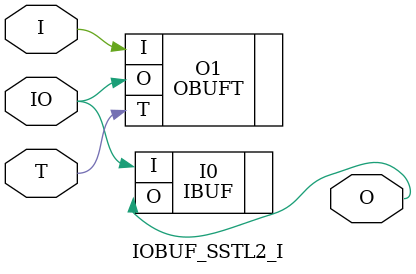
<source format=v>


`timescale  1 ps / 1 ps


module IOBUF_SSTL2_I (O, IO, I, T);

    output O;

    inout  IO;

    input  I, T;

        OBUFT #(.IOSTANDARD("SSTL2_I") ) O1 (.O(IO), .I(I), .T(T)); 
	IBUF #(.IOSTANDARD("SSTL2_I"))  I0 (.O(O), .I(IO));
        

endmodule



</source>
